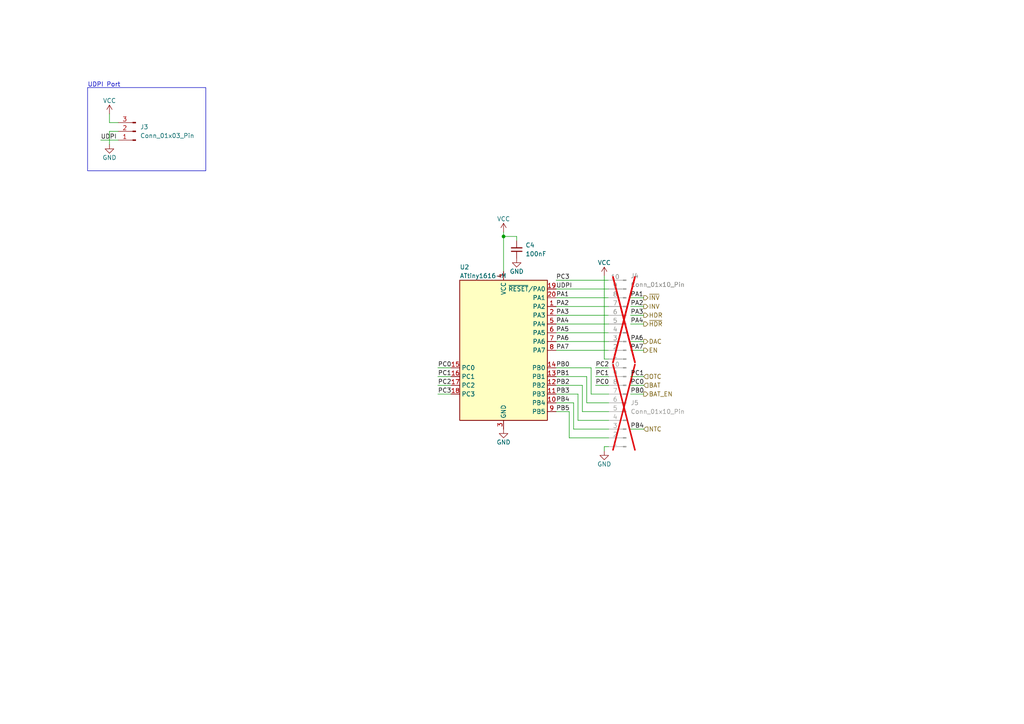
<source format=kicad_sch>
(kicad_sch (version 20231120) (generator "eeschema") (generator_version "8.0")
  (paper "A4")
  (title_block (title "Boost Driver Dev. Board") (rev "A") (company "Engineer Bo (https://www.youtube.com/@engineerbo)"))
  (lib_symbols
    (symbol "Connector:Conn_01x03_Pin" (pin_names (offset 1.016) hide)
      (property "Reference" "J" (at 0 5.08 0))
      (property "Value" "Conn_01x03_Pin" (at 0 -5.08 0))
      (symbol "Conn_01x03_Pin_1_1"
        (polyline (pts (xy 1.27 -2.54) (xy 0.8636 -2.54)) (stroke (width 0.1524)))
        (polyline (pts (xy 1.27 0) (xy 0.8636 0)) (stroke (width 0.1524)))
        (polyline (pts (xy 1.27 2.54) (xy 0.8636 2.54)) (stroke (width 0.1524)))
        (rectangle (start 0.8636 -2.413) (end 0 -2.667) (stroke (width 0.1524)) (fill (type outline)))
        (rectangle (start 0.8636 0.127) (end 0 -0.127) (stroke (width 0.1524)) (fill (type outline)))
        (rectangle (start 0.8636 2.667) (end 0 2.413) (stroke (width 0.1524)) (fill (type outline)))
        (pin passive line (at 5.08 2.54 180) (length 3.81) (name "Pin_1") (number "1"))
        (pin passive line (at 5.08 0 180) (length 3.81) (name "Pin_2") (number "2"))
        (pin passive line (at 5.08 -2.54 180) (length 3.81) (name "Pin_3") (number "3"))
      )
    )
    (symbol "Connector:Conn_01x10_Pin" (pin_names (offset 1.016) hide)
      (property "Reference" "J" (at 0 12.7 0))
      (property "Value" "Conn_01x10_Pin" (at 0 -15.24 0))
      (symbol "Conn_01x10_Pin_1_1"
        (polyline (pts (xy 1.27 -12.7) (xy 0.8636 -12.7)) (stroke (width 0.1524)))
        (polyline (pts (xy 1.27 -10.16) (xy 0.8636 -10.16)) (stroke (width 0.1524)))
        (polyline (pts (xy 1.27 -7.62) (xy 0.8636 -7.62)) (stroke (width 0.1524)))
        (polyline (pts (xy 1.27 -5.08) (xy 0.8636 -5.08)) (stroke (width 0.1524)))
        (polyline (pts (xy 1.27 -2.54) (xy 0.8636 -2.54)) (stroke (width 0.1524)))
        (polyline (pts (xy 1.27 0) (xy 0.8636 0)) (stroke (width 0.1524)))
        (polyline (pts (xy 1.27 2.54) (xy 0.8636 2.54)) (stroke (width 0.1524)))
        (polyline (pts (xy 1.27 5.08) (xy 0.8636 5.08)) (stroke (width 0.1524)))
        (polyline (pts (xy 1.27 7.62) (xy 0.8636 7.62)) (stroke (width 0.1524)))
        (polyline (pts (xy 1.27 10.16) (xy 0.8636 10.16)) (stroke (width 0.1524)))
        (rectangle (start 0.8636 -12.573) (end 0 -12.827) (stroke (width 0.1524)) (fill (type outline)))
        (rectangle (start 0.8636 -10.033) (end 0 -10.287) (stroke (width 0.1524)) (fill (type outline)))
        (rectangle (start 0.8636 -7.493) (end 0 -7.747) (stroke (width 0.1524)) (fill (type outline)))
        (rectangle (start 0.8636 -4.953) (end 0 -5.207) (stroke (width 0.1524)) (fill (type outline)))
        (rectangle (start 0.8636 -2.413) (end 0 -2.667) (stroke (width 0.1524)) (fill (type outline)))
        (rectangle (start 0.8636 0.127) (end 0 -0.127) (stroke (width 0.1524)) (fill (type outline)))
        (rectangle (start 0.8636 2.667) (end 0 2.413) (stroke (width 0.1524)) (fill (type outline)))
        (rectangle (start 0.8636 5.207) (end 0 4.953) (stroke (width 0.1524)) (fill (type outline)))
        (rectangle (start 0.8636 7.747) (end 0 7.493) (stroke (width 0.1524)) (fill (type outline)))
        (rectangle (start 0.8636 10.287) (end 0 10.033) (stroke (width 0.1524)) (fill (type outline)))
        (pin passive line (at 5.08 10.16 180) (length 3.81) (name "Pin_1") (number "1"))
        (pin passive line (at 5.08 -12.7 180) (length 3.81) (name "Pin_10") (number "10"))
        (pin passive line (at 5.08 7.62 180) (length 3.81) (name "Pin_2") (number "2"))
        (pin passive line (at 5.08 5.08 180) (length 3.81) (name "Pin_3") (number "3"))
        (pin passive line (at 5.08 2.54 180) (length 3.81) (name "Pin_4") (number "4"))
        (pin passive line (at 5.08 0 180) (length 3.81) (name "Pin_5") (number "5"))
        (pin passive line (at 5.08 -2.54 180) (length 3.81) (name "Pin_6") (number "6"))
        (pin passive line (at 5.08 -5.08 180) (length 3.81) (name "Pin_7") (number "7"))
        (pin passive line (at 5.08 -7.62 180) (length 3.81) (name "Pin_8") (number "8"))
        (pin passive line (at 5.08 -10.16 180) (length 3.81) (name "Pin_9") (number "9"))
      )
    )
    (symbol "Device:C_Small" (pin_numbers hide) (pin_names (offset 0.254) hide)
      (property "Reference" "C" (at 0.254 1.778 0))
      (property "Value" "C_Small" (at 0.254 -2.032 0))
      (symbol "C_Small_0_1"
        (polyline (pts (xy -1.524 -0.508) (xy 1.524 -0.508)) (stroke (width 0.3302)))
        (polyline (pts (xy -1.524 0.508) (xy 1.524 0.508)) (stroke (width 0.3048)))
      )
      (symbol "C_Small_1_1"
        (pin passive line (at 0 2.54 270) (length 2.032) (name "~") (number "1"))
        (pin passive line (at 0 -2.54 90) (length 2.032) (name "~") (number "2"))
      )
    )
    (symbol "MCU_Microchip_ATtiny:ATtiny1616-M"
      (property "Reference" "U" (at -12.7 21.59 0))
      (property "Value" "ATtiny1616-M" (at 2.54 -21.59 0))
      (symbol "ATtiny1616-M_0_1"
        (rectangle (start -12.7 -20.32) (end 12.7 20.32) (stroke (width 0.254)) (fill (type background)))
      )
      (symbol "ATtiny1616-M_1_1"
        (pin bidirectional line (at 15.24 12.7 180) (length 2.54) (name "PA2") (number "1"))
        (pin bidirectional line (at 15.24 -15.24 180) (length 2.54) (name "PB4") (number "10"))
        (pin bidirectional line (at 15.24 -12.7 180) (length 2.54) (name "PB3") (number "11"))
        (pin bidirectional line (at 15.24 -10.16 180) (length 2.54) (name "PB2") (number "12"))
        (pin bidirectional line (at 15.24 -7.62 180) (length 2.54) (name "PB1") (number "13"))
        (pin bidirectional line (at 15.24 -5.08 180) (length 2.54) (name "PB0") (number "14"))
        (pin bidirectional line (at -15.24 -5.08 0) (length 2.54) (name "PC0") (number "15"))
        (pin bidirectional line (at -15.24 -7.62 0) (length 2.54) (name "PC1") (number "16"))
        (pin bidirectional line (at -15.24 -10.16 0) (length 2.54) (name "PC2") (number "17"))
        (pin bidirectional line (at -15.24 -12.7 0) (length 2.54) (name "PC3") (number "18"))
        (pin bidirectional line (at 15.24 17.78 180) (length 2.54) (name "~{RESET}/PA0") (number "19"))
        (pin bidirectional line (at 15.24 10.16 180) (length 2.54) (name "PA3") (number "2"))
        (pin bidirectional line (at 15.24 15.24 180) (length 2.54) (name "PA1") (number "20"))
        (pin passive line (at 0 -22.86 90) (length 2.54) hide (name "GND") (number "21"))
        (pin power_in line (at 0 -22.86 90) (length 2.54) (name "GND") (number "3"))
        (pin power_in line (at 0 22.86 270) (length 2.54) (name "VCC") (number "4"))
        (pin bidirectional line (at 15.24 7.62 180) (length 2.54) (name "PA4") (number "5"))
        (pin bidirectional line (at 15.24 5.08 180) (length 2.54) (name "PA5") (number "6"))
        (pin bidirectional line (at 15.24 2.54 180) (length 2.54) (name "PA6") (number "7"))
        (pin bidirectional line (at 15.24 0 180) (length 2.54) (name "PA7") (number "8"))
        (pin bidirectional line (at 15.24 -17.78 180) (length 2.54) (name "PB5") (number "9"))
      )
    )
    (symbol "power:GND" (power) (pin_names (offset 0))
      (property "Value" "GND" (at 0 -3.81 0))
      (symbol "GND_0_1"
        (polyline (pts (xy 0 0) (xy 0 -1.27) (xy 1.27 -1.27) (xy 0 -2.54) (xy -1.27 -1.27) (xy 0 -1.27)))
      )
      (symbol "GND_1_1"
        (pin power_in line (at 0 0 270) (length 0) hide (name "GND") (number "1"))
      )
    )
    (symbol "power:VCC" (power) (pin_names (offset 0))
      (property "Value" "VCC" (at 0 3.81 0))
      (symbol "VCC_0_1"
        (polyline (pts (xy -0.762 1.27) (xy 0 2.54)))
        (polyline (pts (xy 0 0) (xy 0 2.54)))
        (polyline (pts (xy 0 2.54) (xy 0.762 1.27)))
      )
      (symbol "VCC_1_1"
        (pin power_in line (at 0 0 90) (length 0) hide (name "VCC") (number "1"))
      )
    )
  )
  (junction (at 146.05 68.58))
  (wire (pts (xy 176.53 104.14) (xy 175.26 104.14)))
  (wire (pts (xy 182.88 88.9) (xy 186.69 88.9)))
  (wire (pts (xy 171.45 106.68) (xy 171.45 114.3)))
  (wire (pts (xy 161.29 114.3) (xy 167.64 114.3)))
  (wire (pts (xy 172.72 109.22) (xy 176.53 109.22)))
  (wire (pts (xy 175.26 104.14) (xy 175.26 80.01)))
  (wire (pts (xy 182.88 101.6) (xy 186.69 101.6)))
  (wire (pts (xy 161.29 111.76) (xy 168.91 111.76)))
  (wire (pts (xy 127 111.76) (xy 130.81 111.76)))
  (wire (pts (xy 182.88 109.22) (xy 186.69 109.22)))
  (wire (pts (xy 31.75 33.02) (xy 31.75 35.56)))
  (wire (pts (xy 182.88 86.36) (xy 186.69 86.36)))
  (wire (pts (xy 29.21 40.64) (xy 34.29 40.64)))
  (wire (pts (xy 161.29 109.22) (xy 170.18 109.22)))
  (wire (pts (xy 182.88 91.44) (xy 186.69 91.44)))
  (wire (pts (xy 161.29 101.6) (xy 176.53 101.6)))
  (wire (pts (xy 170.18 109.22) (xy 170.18 116.84)))
  (wire (pts (xy 31.75 35.56) (xy 34.29 35.56)))
  (wire (pts (xy 31.75 38.1) (xy 31.75 41.91)))
  (wire (pts (xy 168.91 111.76) (xy 168.91 119.38)))
  (wire (pts (xy 176.53 93.98) (xy 161.29 93.98)))
  (wire (pts (xy 170.18 116.84) (xy 176.53 116.84)))
  (wire (pts (xy 149.86 69.85) (xy 149.86 68.58)))
  (wire (pts (xy 165.1 119.38) (xy 165.1 127)))
  (wire (pts (xy 146.05 68.58) (xy 146.05 78.74)))
  (wire (pts (xy 176.53 83.82) (xy 161.29 83.82)))
  (wire (pts (xy 167.64 121.92) (xy 176.53 121.92)))
  (wire (pts (xy 182.88 111.76) (xy 186.69 111.76)))
  (wire (pts (xy 182.88 114.3) (xy 186.69 114.3)))
  (wire (pts (xy 34.29 38.1) (xy 31.75 38.1)))
  (wire (pts (xy 165.1 127) (xy 176.53 127)))
  (wire (pts (xy 182.88 93.98) (xy 186.69 93.98)))
  (wire (pts (xy 161.29 116.84) (xy 166.37 116.84)))
  (wire (pts (xy 166.37 116.84) (xy 166.37 124.46)))
  (wire (pts (xy 176.53 86.36) (xy 161.29 86.36)))
  (wire (pts (xy 167.64 114.3) (xy 167.64 121.92)))
  (wire (pts (xy 172.72 111.76) (xy 176.53 111.76)))
  (wire (pts (xy 182.88 99.06) (xy 186.69 99.06)))
  (wire (pts (xy 161.29 81.28) (xy 176.53 81.28)))
  (wire (pts (xy 127 106.68) (xy 130.81 106.68)))
  (wire (pts (xy 171.45 114.3) (xy 176.53 114.3)))
  (wire (pts (xy 149.86 68.58) (xy 146.05 68.58)))
  (wire (pts (xy 182.88 124.46) (xy 186.69 124.46)))
  (wire (pts (xy 146.05 67.31) (xy 146.05 68.58)))
  (wire (pts (xy 172.72 106.68) (xy 176.53 106.68)))
  (wire (pts (xy 165.1 119.38) (xy 161.29 119.38)))
  (wire (pts (xy 176.53 88.9) (xy 161.29 88.9)))
  (wire (pts (xy 175.26 129.54) (xy 176.53 129.54)))
  (wire (pts (xy 175.26 129.54) (xy 175.26 130.81)))
  (wire (pts (xy 127 109.22) (xy 130.81 109.22)))
  (wire (pts (xy 176.53 96.52) (xy 161.29 96.52)))
  (wire (pts (xy 161.29 106.68) (xy 171.45 106.68)))
  (wire (pts (xy 166.37 124.46) (xy 176.53 124.46)))
  (wire (pts (xy 176.53 91.44) (xy 161.29 91.44)))
  (wire (pts (xy 161.29 99.06) (xy 176.53 99.06)))
  (wire (pts (xy 127 114.3) (xy 130.81 114.3)))
  (wire (pts (xy 168.91 119.38) (xy 176.53 119.38)))
  (rectangle (start 25.4 25.4) (end 59.69 49.53))
  (text "UDPI Port" (at 25.4 25.4 0) (effects (font (size 1.27 1.27)) (justify left bottom)))
  (label "PB2" (at 161.29 111.76 0))
  (label "PB4" (at 182.88 124.46 0))
  (label "PC2" (at 127 111.76 0))
  (label "PB0" (at 161.29 106.68 0))
  (label "PC3" (at 127 114.3 0))
  (label "UDPI" (at 29.21 40.64 0))
  (label "PA2" (at 161.29 88.9 0))
  (label "PA6" (at 161.29 99.06 0))
  (label "PA6" (at 182.88 99.06 0))
  (label "PA7" (at 182.88 101.6 0))
  (label "PB0" (at 182.88 114.3 0))
  (label "PC0" (at 127 106.68 0))
  (label "PC1" (at 172.72 109.22 0))
  (label "PA5" (at 161.29 96.52 0))
  (label "PA1" (at 182.88 86.36 0))
  (label "PA1" (at 161.29 86.36 0))
  (label "UDPI" (at 161.29 83.82 0))
  (label "PC2" (at 172.72 106.68 0))
  (label "PB1" (at 161.29 109.22 0))
  (label "PB3" (at 161.29 114.3 0))
  (label "PB4" (at 161.29 116.84 0))
  (label "PA2" (at 182.88 88.9 0))
  (label "PC1" (at 127 109.22 0))
  (label "PA4" (at 161.29 93.98 0))
  (label "PA7" (at 161.29 101.6 0))
  (label "PA3" (at 182.88 91.44 0))
  (label "PC3" (at 161.29 81.28 0))
  (label "PC1" (at 182.88 109.22 0))
  (label "PB5" (at 161.29 119.38 0))
  (label "PC0" (at 182.88 111.76 0))
  (label "PA3" (at 161.29 91.44 0))
  (label "PA4" (at 182.88 93.98 0))
  (label "PC0" (at 172.72 111.76 0))
  (hierarchical_label "DAC" (shape output) (at 186.69 99.06 0))
  (hierarchical_label "EN" (shape output) (at 186.69 101.6 0))
  (hierarchical_label "BAT_EN" (shape output) (at 186.69 114.3 0))
  (hierarchical_label "INV" (shape output) (at 186.69 88.9 0))
  (hierarchical_label "OTC" (shape input) (at 186.69 109.22 0))
  (hierarchical_label "~{HDR}" (shape output) (at 186.69 93.98 0))
  (hierarchical_label "HDR" (shape output) (at 186.69 91.44 0))
  (hierarchical_label "BAT" (shape input) (at 186.69 111.76 0))
  (hierarchical_label "~{INV}" (shape output) (at 186.69 86.36 0))
  (hierarchical_label "NTC" (shape input) (at 186.69 124.46 0))
  (symbol (lib_id "Connector:Conn_01x03_Pin") (at 39.37 38.1 180) (unit 1)
    (property "Reference" "J3" (at 40.64 36.83 0) (effects (justify right)))
    (property "Value" "Conn_01x03_Pin" (at 40.64 39.37 0) (effects (justify right)))
    (property "Footprint" "Connector_PinHeader_2.54mm:PinHeader_1x03_P2.54mm_Vertical" (effects (hide yes)))
  )
  (symbol (lib_id "Device:C_Small") (at 149.86 72.39 180) (unit 1)
    (property "Reference" "C4" (at 152.4 71.1136 0) (effects (justify right)))
    (property "Value" "100nF" (at 152.4 73.6536 0) (effects (justify right)))
    (property "Footprint" "Capacitor_SMD:C_0402_1005Metric" (effects (hide yes)))
  )
  (symbol (lib_id "power:GND") (at 146.05 124.46 0) (unit 1)
    (property "Reference" "#PWR019" (effects (hide yes)))
    (property "Value" "GND" (at 146.05 128.27 0))
  )
  (symbol (lib_id "MCU_Microchip_ATtiny:ATtiny1616-M") (at 146.05 101.6 0) (unit 1)
    (property "Reference" "U2" (at 133.35 77.47 0) (effects (justify left)))
    (property "Value" "ATtiny1616-M" (at 133.35 80.01 0) (effects (justify left)))
    (property "Footprint" "Package_DFN_QFN:VQFN-20-1EP_3x3mm_P0.4mm_EP1.7x1.7mm" (effects (hide yes)))
    (property "Datasheet" "http://ww1.microchip.com/downloads/en/DeviceDoc/ATtiny3216_ATtiny1616-data-sheet-40001997B.pdf" (effects (hide yes)))
    (property "Manufacturer" "Microchip" (effects (hide yes)))
    (property "PartNumber" "ATTINY1616-MNR" (effects (hide yes)))
  )
  (symbol (lib_id "power:GND") (at 31.75 41.91 0) (unit 1)
    (property "Reference" "#PWR017" (effects (hide yes)))
    (property "Value" "GND" (at 31.75 45.72 0))
  )
  (symbol (lib_id "power:VCC") (at 31.75 33.02 0) (unit 1)
    (property "Reference" "#PWR016" (effects (hide yes)))
    (property "Value" "VCC" (at 31.75 29.21 0))
  )
  (symbol (lib_id "power:VCC") (at 175.26 80.01 0) (unit 1)
    (property "Reference" "#PWR021" (effects (hide yes)))
    (property "Value" "VCC" (at 175.26 76.2 0))
  )
  (symbol (lib_id "power:VCC") (at 146.05 67.31 0) (unit 1)
    (property "Reference" "#PWR018" (effects (hide yes)))
    (property "Value" "VCC" (at 146.05 63.5 0))
  )
  (symbol (lib_id "Connector:Conn_01x10_Pin") (at 181.61 93.98 180) (unit 1) (dnp yes)
    (property "Reference" "J4" (at 182.88 80.01 0) (effects (justify right)))
    (property "Value" "Conn_01x10_Pin" (at 182.88 82.55 0) (effects (justify right)))
    (property "Footprint" "Connector_PinHeader_2.54mm:PinHeader_1x10_P2.54mm_Vertical" (effects (hide yes)))
  )
  (symbol (lib_id "power:GND") (at 149.86 74.93 0) (unit 1)
    (property "Reference" "#PWR020" (effects (hide yes)))
    (property "Value" "GND" (at 149.86 78.74 0))
  )
  (symbol (lib_id "power:GND") (at 175.26 130.81 0) (unit 1)
    (property "Reference" "#PWR022" (effects (hide yes)))
    (property "Value" "GND" (at 175.26 134.62 0))
  )
  (symbol (lib_id "Connector:Conn_01x10_Pin") (at 181.61 119.38 180) (unit 1) (dnp yes)
    (property "Reference" "J5" (at 182.88 116.84 0) (effects (justify right)))
    (property "Value" "Conn_01x10_Pin" (at 182.88 119.38 0) (effects (justify right)))
    (property "Footprint" "Connector_PinHeader_2.54mm:PinHeader_1x10_P2.54mm_Vertical" (effects (hide yes)))
  )
)
</source>
